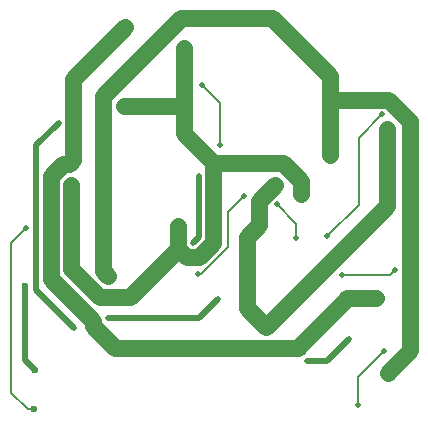
<source format=gbl>
G04 Layer: BottomLayer*
G04 EasyEDA v6.5.51, 2026-01-23 20:44:13*
G04 9b21f2c40fdd485a9a18e9c23a84d7e9,fbdf34f9d0754eb9a98e5c232fff75f3,10*
G04 Gerber Generator version 0.2*
G04 Scale: 100 percent, Rotated: No, Reflected: No *
G04 Dimensions in millimeters *
G04 leading zeros omitted , absolute positions ,4 integer and 5 decimal *
%FSLAX45Y45*%
%MOMM*%

%ADD10C,1.4000*%
%ADD11C,0.2000*%
%ADD12C,0.5000*%
%ADD13C,0.6100*%
%ADD14C,0.5000*%
%ADD15C,0.6000*%
%ADD16C,0.0161*%

%LPD*%
D10*
X2486990Y3642893D02*
G01*
X1718157Y3642893D01*
X1056233Y2980969D01*
X1056233Y1501241D01*
X1095375Y1462100D01*
X765276Y2406472D02*
G01*
X715086Y2406472D01*
X617372Y2308758D01*
X617372Y1430401D01*
X966952Y1080820D01*
X966952Y1040231D01*
X1155039Y852144D01*
X2701823Y852144D01*
X3119627Y1269949D01*
X3364153Y1269949D01*
D11*
X406400Y1866897D02*
G01*
X279400Y1739897D01*
X279400Y469900D01*
X419100Y330200D01*
X469900Y330200D01*
D12*
X393700Y1371597D02*
G01*
X393700Y749297D01*
X482600Y660397D01*
D10*
X2730398Y2151405D02*
G01*
X2730398Y2263470D01*
X2577388Y2416479D01*
X1989074Y2416479D01*
D11*
X1892300Y3073400D02*
G01*
X2044700Y2921000D01*
X2044700Y2565400D01*
D10*
X765276Y2406472D02*
G01*
X803503Y2444699D01*
X803503Y3127247D01*
X1244955Y3568700D01*
D12*
X2781300Y736600D02*
G01*
X2947540Y736600D01*
X3139640Y928700D01*
D11*
X1859762Y1475790D02*
G01*
X1886305Y1475790D01*
X2113178Y1702663D01*
X2113178Y1999335D01*
X2249957Y2136114D01*
X3434105Y823696D02*
G01*
X3217214Y606805D01*
X3217214Y371043D01*
D12*
X678357Y2755417D02*
G01*
X491769Y2568829D01*
X491769Y1341424D01*
X811301Y1021892D01*
X1094765Y1102207D02*
G01*
X1868576Y1102207D01*
X2030679Y1264310D01*
D11*
X2525798Y2069084D02*
G01*
X2692400Y1902482D01*
X2692400Y1778000D01*
X3416096Y2826867D02*
G01*
X3219297Y2630068D01*
X3219297Y2058974D01*
X2955670Y1795348D01*
X3530295Y1513357D02*
G01*
X3483838Y1466900D01*
X3075533Y1466900D01*
D10*
X2977972Y2486990D02*
G01*
X2977972Y2952038D01*
X2977972Y2952038D02*
G01*
X2977972Y3151911D01*
X2486990Y3642893D01*
X3463874Y641096D02*
G01*
X3655440Y832662D01*
X3655440Y2768168D01*
X3471570Y2952038D01*
X2977972Y2952038D01*
X2272741Y1786458D02*
G01*
X2272741Y1185748D01*
X2432481Y1026007D01*
X3460622Y2700756D02*
G01*
X3460622Y2054148D01*
X2432481Y1026007D01*
X2272741Y1786458D02*
G01*
X2375103Y1888820D01*
X2375103Y2095372D01*
X2509824Y2230094D01*
D12*
X1818208Y1742795D02*
G01*
X1863902Y1788490D01*
X1863902Y2309825D01*
D10*
X1989074Y2416479D02*
G01*
X1989074Y1736648D01*
X1870075Y1617649D01*
X1766341Y1617649D01*
X1693062Y1690928D01*
X1693062Y1690928D02*
G01*
X1693062Y1881200D01*
X1738756Y2899410D02*
G01*
X1233500Y2899410D01*
X1989074Y2416479D02*
G01*
X1738756Y2666796D01*
X1738756Y2899410D01*
X1738756Y2899410D02*
G01*
X1738756Y3393465D01*
X1693062Y1690928D02*
G01*
X1285189Y1283055D01*
X1026388Y1283055D01*
X787552Y1521891D01*
X787552Y2233599D01*
D13*
G01*
X1244955Y3568700D03*
G01*
X765276Y2406472D03*
G01*
X3364153Y1269949D03*
G01*
X787552Y2233599D03*
G01*
X1233500Y2899410D03*
G01*
X2730398Y2151405D03*
G01*
X1738756Y3393465D03*
G01*
X1693062Y1881200D03*
D14*
G01*
X1818208Y1742795D03*
G01*
X1863902Y2309825D03*
D13*
G01*
X2509824Y2230094D03*
G01*
X3460622Y2700756D03*
G01*
X2272741Y1786458D03*
G01*
X2432481Y1026007D03*
G01*
X3463874Y641096D03*
G01*
X1095375Y1462100D03*
G01*
X2977972Y2486990D03*
G01*
X2486990Y3642893D03*
D14*
G01*
X3075533Y1466900D03*
G01*
X3530295Y1513357D03*
G01*
X2955670Y1795348D03*
G01*
X3416096Y2826867D03*
G01*
X2692400Y1778000D03*
G01*
X2525801Y2069084D03*
G01*
X2030679Y1264310D03*
G01*
X1094765Y1102207D03*
G01*
X811301Y1021892D03*
G01*
X678357Y2755417D03*
G01*
X3434105Y823696D03*
G01*
X3217214Y371043D03*
G01*
X2249957Y2136114D03*
G01*
X1859762Y1475790D03*
G01*
X2781294Y736597D03*
G01*
X3139643Y928700D03*
G01*
X2044700Y2565400D03*
G01*
X1892300Y3073400D03*
D15*
G01*
X393700Y1371600D03*
G01*
X482600Y660400D03*
D14*
G01*
X406400Y1866900D03*
D15*
G01*
X469900Y330200D03*
M02*

</source>
